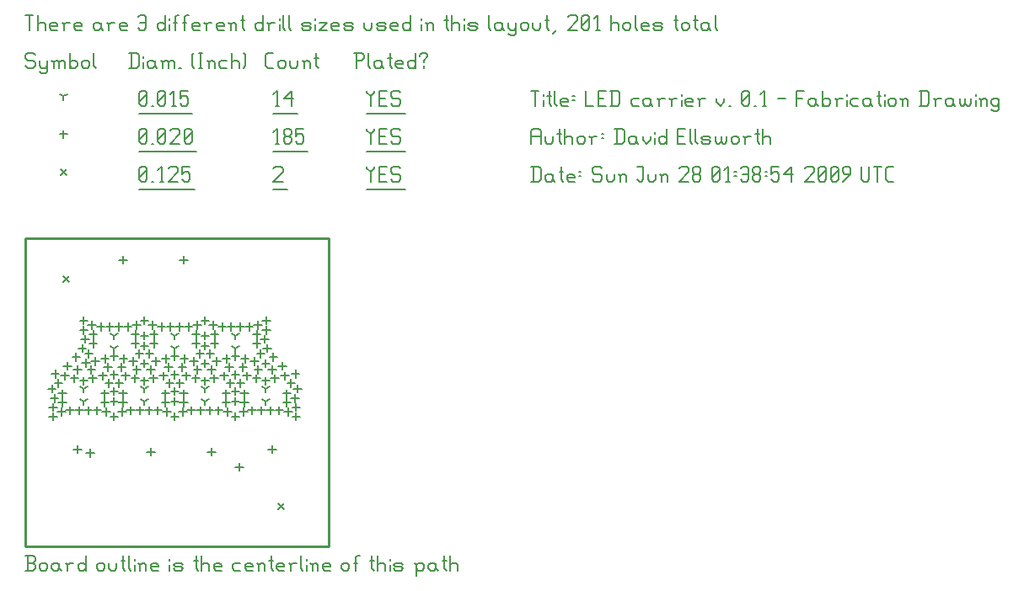
<source format=gbr>
G04 start of page 10 for group -3984 idx -3984 *
G04 Title: LED carrier v. 0.1, fab *
G04 Creator: pcb 1.99x *
G04 CreationDate: Sun Jun 28 01:38:54 2009 UTC *
G04 For: davidellsworth *
G04 Format: Gerber/RS-274X *
G04 PCB-Dimensions: 120000 122000 *
G04 PCB-Coordinate-Origin: lower left *
%MOIN*%
%FSLAX24Y24*%
%LNFAB*%
%ADD21C,0.0080*%
%ADD25C,0.0100*%
%ADD31C,0.0060*%
G54D21*X9980Y1720D02*X10220Y1480D01*
X9980D02*X10220Y1720D01*
X1480Y10720D02*X1720Y10480D01*
X1480D02*X1720Y10720D01*
X1380Y14945D02*X1620Y14705D01*
X1380D02*X1620Y14945D01*
G54D31*X13500Y15050D02*Y14975D01*
X13650Y14825D01*
X13800Y14975D01*
Y15050D02*Y14975D01*
X13650Y14825D02*Y14450D01*
X13980Y14750D02*X14205D01*
X13980Y14450D02*X14280D01*
X13980Y15050D02*Y14450D01*
Y15050D02*X14280D01*
X14760D02*X14835Y14975D01*
X14535Y15050D02*X14760D01*
X14460Y14975D02*X14535Y15050D01*
X14460Y14975D02*Y14825D01*
X14535Y14750D01*
X14760D01*
X14835Y14675D01*
Y14525D01*
X14760Y14450D02*X14835Y14525D01*
X14535Y14450D02*X14760D01*
X14460Y14525D02*X14535Y14450D01*
X13500Y14124D02*X15015D01*
X9800Y14975D02*X9875Y15050D01*
X10100D01*
X10175Y14975D01*
Y14825D01*
X9800Y14450D02*X10175Y14825D01*
X9800Y14450D02*X10175D01*
X9800Y14124D02*X10355D01*
X4500Y14525D02*X4575Y14450D01*
X4500Y14975D02*Y14525D01*
Y14975D02*X4575Y15050D01*
X4725D01*
X4800Y14975D01*
Y14525D01*
X4725Y14450D02*X4800Y14525D01*
X4575Y14450D02*X4725D01*
X4500Y14600D02*X4800Y14900D01*
X4980Y14450D02*X5055D01*
X5310D02*X5460D01*
X5385Y15050D02*Y14450D01*
X5235Y14900D02*X5385Y15050D01*
X5640Y14975D02*X5715Y15050D01*
X5940D01*
X6015Y14975D01*
Y14825D01*
X5640Y14450D02*X6015Y14825D01*
X5640Y14450D02*X6015D01*
X6195Y15050D02*X6495D01*
X6195D02*Y14750D01*
X6270Y14825D01*
X6420D01*
X6495Y14750D01*
Y14525D01*
X6420Y14450D02*X6495Y14525D01*
X6270Y14450D02*X6420D01*
X6195Y14525D02*X6270Y14450D01*
X4500Y14124D02*X6675D01*
X5699Y6630D02*Y6310D01*
X5539Y6470D02*X5859D01*
X5449Y6920D02*Y6600D01*
X5289Y6760D02*X5609D01*
X6200Y7260D02*Y6940D01*
X6040Y7100D02*X6360D01*
X6250Y11510D02*Y11190D01*
X6090Y11350D02*X6410D01*
X8450Y3310D02*Y2990D01*
X8290Y3150D02*X8610D01*
X1759Y5550D02*Y5230D01*
X1599Y5390D02*X1919D01*
X2380Y7429D02*Y7109D01*
X2220Y7269D02*X2540D01*
X3699Y6630D02*Y6310D01*
X3539Y6470D02*X3859D01*
X3949Y6920D02*Y6600D01*
X3789Y6760D02*X4109D01*
X3500Y5910D02*Y5590D01*
X3340Y5750D02*X3660D01*
X3500Y5310D02*Y4990D01*
X3340Y5150D02*X3660D01*
X3500Y6310D02*Y5990D01*
X3340Y6150D02*X3660D01*
X2550Y3860D02*Y3540D01*
X2390Y3700D02*X2710D01*
X4329Y6820D02*Y6500D01*
X4169Y6660D02*X4489D01*
X3859Y6220D02*Y5900D01*
X3699Y6060D02*X4019D01*
X1299Y6630D02*Y6310D01*
X1139Y6470D02*X1459D01*
X10760Y6409D02*Y6089D01*
X10600Y6249D02*X10920D01*
X3859Y5860D02*Y5540D01*
X3699Y5700D02*X4019D01*
X3809Y5490D02*Y5170D01*
X3649Y5330D02*X3969D01*
X4159Y5550D02*Y5230D01*
X3999Y5390D02*X4319D01*
X4519Y5550D02*Y5230D01*
X4359Y5390D02*X4679D01*
X1459Y6220D02*Y5900D01*
X1299Y6060D02*X1619D01*
X1139Y6040D02*Y5720D01*
X979Y5880D02*X1299D01*
X1089Y5680D02*Y5360D01*
X929Y5520D02*X1249D01*
X4699Y6720D02*Y6400D01*
X4539Y6560D02*X4859D01*
X5059Y6820D02*Y6500D01*
X4899Y6660D02*X5219D01*
X1459Y5860D02*Y5540D01*
X1299Y5700D02*X1619D01*
X1409Y5490D02*Y5170D01*
X1249Y5330D02*X1569D01*
X5529Y6220D02*Y5900D01*
X5369Y6060D02*X5689D01*
X5529Y5860D02*Y5540D01*
X5369Y5700D02*X5689D01*
X5579Y5490D02*Y5170D01*
X5419Y5330D02*X5739D01*
X5229Y5550D02*Y5230D01*
X5069Y5390D02*X5389D01*
X7350Y3910D02*Y3590D01*
X7190Y3750D02*X7510D01*
X4950Y3910D02*Y3590D01*
X4790Y3750D02*X5110D01*
X2050Y4010D02*Y3690D01*
X1890Y3850D02*X2210D01*
X9750Y4010D02*Y3690D01*
X9590Y3850D02*X9910D01*
X9560Y8010D02*Y7690D01*
X9400Y7850D02*X9720D01*
X2000Y7660D02*Y7340D01*
X1840Y7500D02*X2160D01*
X1650Y7310D02*Y6990D01*
X1490Y7150D02*X1810D01*
X9800Y7660D02*Y7340D01*
X9640Y7500D02*X9960D01*
X10150Y7310D02*Y6990D01*
X9990Y7150D02*X10310D01*
X10669Y6990D02*Y6670D01*
X10509Y6830D02*X10829D01*
X9500Y7410D02*Y7090D01*
X9340Y7250D02*X9660D01*
X2239Y8010D02*Y7690D01*
X2079Y7850D02*X2399D01*
X9510Y9109D02*Y8789D01*
X9350Y8949D02*X9670D01*
X9510Y8739D02*Y8419D01*
X9350Y8579D02*X9670D01*
X9460Y8379D02*Y8059D01*
X9300Y8219D02*X9620D01*
X10699Y5680D02*Y5360D01*
X10539Y5520D02*X10859D01*
X10649Y6040D02*Y5720D01*
X10489Y5880D02*X10809D01*
X10699Y5310D02*Y4990D01*
X10539Y5150D02*X10859D01*
X9750Y7160D02*Y6840D01*
X9590Y7000D02*X9910D01*
X9200Y7160D02*Y6840D01*
X9040Y7000D02*X9360D01*
X8300Y6960D02*Y6640D01*
X8140Y6800D02*X8460D01*
X9669Y5550D02*Y5230D01*
X9509Y5390D02*X9829D01*
X10029Y5550D02*Y5230D01*
X9869Y5390D02*X10189D01*
X10379Y5490D02*Y5170D01*
X10219Y5330D02*X10539D01*
X10329Y5860D02*Y5540D01*
X10169Y5700D02*X10489D01*
X10329Y6220D02*Y5900D01*
X10169Y6060D02*X10489D01*
X9859Y6820D02*Y6500D01*
X9699Y6660D02*X10019D01*
X9499Y6720D02*Y6400D01*
X9339Y6560D02*X9659D01*
X9319Y5550D02*Y5230D01*
X9159Y5390D02*X9479D01*
X8959Y5550D02*Y5230D01*
X8799Y5390D02*X9119D01*
X8609Y5490D02*Y5170D01*
X8449Y5330D02*X8769D01*
X8659Y5860D02*Y5540D01*
X8499Y5700D02*X8819D01*
X8659Y6220D02*Y5900D01*
X8499Y6060D02*X8819D01*
X9129Y6820D02*Y6500D01*
X8969Y6660D02*X9289D01*
X8300Y6310D02*Y5990D01*
X8140Y6150D02*X8460D01*
X8300Y5310D02*Y4990D01*
X8140Y5150D02*X8460D01*
X8300Y5910D02*Y5590D01*
X8140Y5750D02*X8460D01*
X8749Y6920D02*Y6600D01*
X8589Y6760D02*X8909D01*
X8499Y6630D02*Y6310D01*
X8339Y6470D02*X8659D01*
X10249Y6920D02*Y6600D01*
X10089Y6760D02*X10409D01*
X10499Y6630D02*Y6310D01*
X10339Y6470D02*X10659D01*
X7350Y7160D02*Y6840D01*
X7190Y7000D02*X7510D01*
X6800Y7160D02*Y6840D01*
X6640Y7000D02*X6960D01*
X5900Y6960D02*Y6640D01*
X5740Y6800D02*X6060D01*
X7269Y5550D02*Y5230D01*
X7109Y5390D02*X7429D01*
X7629Y5550D02*Y5230D01*
X7469Y5390D02*X7789D01*
X7979Y5490D02*Y5170D01*
X7819Y5330D02*X8139D01*
X7929Y5860D02*Y5540D01*
X7769Y5700D02*X8089D01*
X7929Y6220D02*Y5900D01*
X7769Y6060D02*X8089D01*
X7459Y6820D02*Y6500D01*
X7299Y6660D02*X7619D01*
X7099Y6720D02*Y6400D01*
X6939Y6560D02*X7259D01*
X6919Y5550D02*Y5230D01*
X6759Y5390D02*X7079D01*
X6559Y5550D02*Y5230D01*
X6399Y5390D02*X6719D01*
X6209Y5490D02*Y5170D01*
X6049Y5330D02*X6369D01*
X6259Y5860D02*Y5540D01*
X6099Y5700D02*X6419D01*
X6259Y6220D02*Y5900D01*
X6099Y6060D02*X6419D01*
X6729Y6820D02*Y6500D01*
X6569Y6660D02*X6889D01*
X5900Y6310D02*Y5990D01*
X5740Y6150D02*X6060D01*
X5900Y5310D02*Y4990D01*
X5740Y5150D02*X6060D01*
X5900Y5910D02*Y5590D01*
X5740Y5750D02*X6060D01*
X6349Y6920D02*Y6600D01*
X6189Y6760D02*X6509D01*
X6099Y6630D02*Y6310D01*
X5939Y6470D02*X6259D01*
X7849Y6920D02*Y6600D01*
X7689Y6760D02*X8009D01*
X8099Y6630D02*Y6310D01*
X7939Y6470D02*X8259D01*
X7100Y9110D02*Y8790D01*
X6940Y8950D02*X7260D01*
X7100Y8510D02*Y8190D01*
X6940Y8350D02*X7260D01*
X7100Y7410D02*Y7090D01*
X6940Y7250D02*X7260D01*
X8840Y8869D02*Y8549D01*
X8680Y8709D02*X9000D01*
X8480Y8869D02*Y8549D01*
X8320Y8709D02*X8640D01*
X9190Y8929D02*Y8609D01*
X9030Y8769D02*X9350D01*
X9140Y8559D02*Y8239D01*
X8980Y8399D02*X9300D01*
X9050Y7499D02*Y7179D01*
X8890Y7339D02*X9210D01*
X8130Y8869D02*Y8549D01*
X7970Y8709D02*X8290D01*
X7770Y8869D02*Y8549D01*
X7610Y8709D02*X7930D01*
X7420Y8929D02*Y8609D01*
X7260Y8769D02*X7580D01*
X7470Y8559D02*Y8239D01*
X7310Y8399D02*X7630D01*
X7470Y8199D02*Y7879D01*
X7310Y8039D02*X7630D01*
X7300Y7789D02*Y7469D01*
X7140Y7629D02*X7460D01*
X7550Y7499D02*Y7179D01*
X7390Y7339D02*X7710D01*
X7940Y7599D02*Y7279D01*
X7780Y7439D02*X8100D01*
X8300Y7699D02*Y7379D01*
X8140Y7539D02*X8460D01*
X8670Y7599D02*Y7279D01*
X8510Y7439D02*X8830D01*
X8600Y7260D02*Y6940D01*
X8440Y7100D02*X8760D01*
X9300Y7789D02*Y7469D01*
X9140Y7629D02*X9460D01*
X9140Y8199D02*Y7879D01*
X8980Y8039D02*X9300D01*
X8050Y7260D02*Y6940D01*
X7890Y7100D02*X8210D01*
X7100Y8110D02*Y7790D01*
X6940Y7950D02*X7260D01*
X5650Y7260D02*Y6940D01*
X5490Y7100D02*X5810D01*
X2600Y7160D02*Y6840D01*
X2440Y7000D02*X2760D01*
X2050Y7160D02*Y6840D01*
X1890Y7000D02*X2210D01*
X4950Y7160D02*Y6840D01*
X4790Y7000D02*X5110D01*
X4400Y7160D02*Y6840D01*
X4240Y7000D02*X4560D01*
X3800Y7260D02*Y6940D01*
X3640Y7100D02*X3960D01*
X3250Y7260D02*Y6940D01*
X3090Y7100D02*X3410D01*
X3500Y6960D02*Y6640D01*
X3340Y6800D02*X3660D01*
X1039Y6409D02*Y6089D01*
X879Y6249D02*X1199D01*
X2500Y7789D02*Y7469D01*
X2340Y7629D02*X2660D01*
X2750Y7499D02*Y7179D01*
X2590Y7339D02*X2910D01*
X3140Y7599D02*Y7279D01*
X2980Y7439D02*X3300D01*
X3500Y7699D02*Y7379D01*
X3340Y7539D02*X3660D01*
X6740Y8199D02*Y7879D01*
X6580Y8039D02*X6900D01*
X2300Y9109D02*Y8789D01*
X2140Y8949D02*X2460D01*
X6900Y7789D02*Y7469D01*
X6740Y7629D02*X7060D01*
X3680Y8869D02*Y8549D01*
X3520Y8709D02*X3840D01*
X4040Y8869D02*Y8549D01*
X3880Y8709D02*X4200D01*
X4390Y8929D02*Y8609D01*
X4230Y8769D02*X4550D01*
X4340Y8559D02*Y8239D01*
X4180Y8399D02*X4500D01*
X4340Y8199D02*Y7879D01*
X4180Y8039D02*X4500D01*
X3870Y7599D02*Y7279D01*
X3710Y7439D02*X4030D01*
X4700Y8110D02*Y7790D01*
X4540Y7950D02*X4860D01*
X4700Y9110D02*Y8790D01*
X4540Y8950D02*X4860D01*
X4700Y8510D02*Y8190D01*
X4540Y8350D02*X4860D01*
X4250Y7499D02*Y7179D01*
X4090Y7339D02*X4410D01*
X4500Y7789D02*Y7469D01*
X4340Y7629D02*X4660D01*
X4700Y7410D02*Y7090D01*
X4540Y7250D02*X4860D01*
X6440Y8869D02*Y8549D01*
X6280Y8709D02*X6600D01*
X6080Y8869D02*Y8549D01*
X5920Y8709D02*X6240D01*
X6790Y8929D02*Y8609D01*
X6630Y8769D02*X6950D01*
X6740Y8559D02*Y8239D01*
X6580Y8399D02*X6900D01*
X2350Y8379D02*Y8059D01*
X2190Y8219D02*X2510D01*
X2300Y8739D02*Y8419D01*
X2140Y8579D02*X2460D01*
X2670Y8559D02*Y8239D01*
X2510Y8399D02*X2830D01*
X2620Y8929D02*Y8609D01*
X2460Y8769D02*X2780D01*
X2970Y8869D02*Y8549D01*
X2810Y8709D02*X3130D01*
X3330Y8869D02*Y8549D01*
X3170Y8709D02*X3490D01*
X6650Y7499D02*Y7179D01*
X6490Y7339D02*X6810D01*
X5730Y8869D02*Y8549D01*
X5570Y8709D02*X5890D01*
X5370Y8869D02*Y8549D01*
X5210Y8709D02*X5530D01*
X5020Y8929D02*Y8609D01*
X4860Y8769D02*X5180D01*
X5070Y8559D02*Y8239D01*
X4910Y8399D02*X5230D01*
X5070Y8199D02*Y7879D01*
X4910Y8039D02*X5230D01*
X4900Y7789D02*Y7469D01*
X4740Y7629D02*X5060D01*
X5150Y7499D02*Y7179D01*
X4990Y7339D02*X5310D01*
X5540Y7599D02*Y7279D01*
X5380Y7439D02*X5700D01*
X5900Y7699D02*Y7379D01*
X5740Y7539D02*X6060D01*
X6270Y7599D02*Y7279D01*
X6110Y7439D02*X6430D01*
X2670Y8199D02*Y7879D01*
X2510Y8039D02*X2830D01*
X2119Y5550D02*Y5230D01*
X1959Y5390D02*X2279D01*
X1169Y6990D02*Y6670D01*
X1009Y6830D02*X1329D01*
X1929Y6820D02*Y6500D01*
X1769Y6660D02*X2089D01*
X2299Y6720D02*Y6400D01*
X2139Y6560D02*X2459D01*
X2659Y6820D02*Y6500D01*
X2499Y6660D02*X2819D01*
X3049Y6920D02*Y6600D01*
X2889Y6760D02*X3209D01*
X3299Y6630D02*Y6310D01*
X3139Y6470D02*X3459D01*
X1089Y5310D02*Y4990D01*
X929Y5150D02*X1249D01*
X3129Y6220D02*Y5900D01*
X2969Y6060D02*X3289D01*
X3129Y5860D02*Y5540D01*
X2969Y5700D02*X3289D01*
X3179Y5490D02*Y5170D01*
X3019Y5330D02*X3339D01*
X2829Y5550D02*Y5230D01*
X2669Y5390D02*X2989D01*
X2469Y5550D02*Y5230D01*
X2309Y5390D02*X2629D01*
X1549Y6920D02*Y6600D01*
X1389Y6760D02*X1709D01*
X4869Y5550D02*Y5230D01*
X4709Y5390D02*X5029D01*
X3850Y11510D02*Y11190D01*
X3690Y11350D02*X4010D01*
X1500Y16485D02*Y16165D01*
X1340Y16325D02*X1660D01*
X13500Y16550D02*Y16475D01*
X13650Y16325D01*
X13800Y16475D01*
Y16550D02*Y16475D01*
X13650Y16325D02*Y15950D01*
X13980Y16250D02*X14205D01*
X13980Y15950D02*X14280D01*
X13980Y16550D02*Y15950D01*
Y16550D02*X14280D01*
X14760D02*X14835Y16475D01*
X14535Y16550D02*X14760D01*
X14460Y16475D02*X14535Y16550D01*
X14460Y16475D02*Y16325D01*
X14535Y16250D01*
X14760D01*
X14835Y16175D01*
Y16025D01*
X14760Y15950D02*X14835Y16025D01*
X14535Y15950D02*X14760D01*
X14460Y16025D02*X14535Y15950D01*
X13500Y15624D02*X15015D01*
X9875Y15950D02*X10025D01*
X9950Y16550D02*Y15950D01*
X9800Y16400D02*X9950Y16550D01*
X10205Y16025D02*X10280Y15950D01*
X10205Y16175D02*Y16025D01*
Y16175D02*X10280Y16250D01*
X10430D01*
X10505Y16175D01*
Y16025D01*
X10430Y15950D02*X10505Y16025D01*
X10280Y15950D02*X10430D01*
X10205Y16325D02*X10280Y16250D01*
X10205Y16475D02*Y16325D01*
Y16475D02*X10280Y16550D01*
X10430D01*
X10505Y16475D01*
Y16325D01*
X10430Y16250D02*X10505Y16325D01*
X10685Y16550D02*X10985D01*
X10685D02*Y16250D01*
X10760Y16325D01*
X10910D01*
X10985Y16250D01*
Y16025D01*
X10910Y15950D02*X10985Y16025D01*
X10760Y15950D02*X10910D01*
X10685Y16025D02*X10760Y15950D01*
X9800Y15624D02*X11165D01*
X4500Y16025D02*X4575Y15950D01*
X4500Y16475D02*Y16025D01*
Y16475D02*X4575Y16550D01*
X4725D01*
X4800Y16475D01*
Y16025D01*
X4725Y15950D02*X4800Y16025D01*
X4575Y15950D02*X4725D01*
X4500Y16100D02*X4800Y16400D01*
X4980Y15950D02*X5055D01*
X5235Y16025D02*X5310Y15950D01*
X5235Y16475D02*Y16025D01*
Y16475D02*X5310Y16550D01*
X5460D01*
X5535Y16475D01*
Y16025D01*
X5460Y15950D02*X5535Y16025D01*
X5310Y15950D02*X5460D01*
X5235Y16100D02*X5535Y16400D01*
X5715Y16475D02*X5790Y16550D01*
X6015D01*
X6090Y16475D01*
Y16325D01*
X5715Y15950D02*X6090Y16325D01*
X5715Y15950D02*X6090D01*
X6270Y16025D02*X6345Y15950D01*
X6270Y16475D02*Y16025D01*
Y16475D02*X6345Y16550D01*
X6495D01*
X6570Y16475D01*
Y16025D01*
X6495Y15950D02*X6570Y16025D01*
X6345Y15950D02*X6495D01*
X6270Y16100D02*X6570Y16400D01*
X4500Y15624D02*X6750D01*
X9499Y5750D02*Y5590D01*
Y5750D02*X9638Y5830D01*
X9499Y5750D02*X9361Y5830D01*
X9499Y6250D02*Y6090D01*
Y6250D02*X9638Y6330D01*
X9499Y6250D02*X9361Y6330D01*
X7099Y5750D02*Y5590D01*
Y5750D02*X7238Y5830D01*
X7099Y5750D02*X6961Y5830D01*
X7099Y6250D02*Y6090D01*
Y6250D02*X7238Y6330D01*
X7099Y6250D02*X6961Y6330D01*
X8300Y8349D02*Y8189D01*
Y8349D02*X8438Y8429D01*
X8300Y8349D02*X8161Y8429D01*
X8300Y7849D02*Y7689D01*
Y7849D02*X8438Y7929D01*
X8300Y7849D02*X8161Y7929D01*
X3500Y7849D02*Y7689D01*
Y7849D02*X3638Y7929D01*
X3500Y7849D02*X3361Y7929D01*
X3500Y8349D02*Y8189D01*
Y8349D02*X3638Y8429D01*
X3500Y8349D02*X3361Y8429D01*
X5900Y8349D02*Y8189D01*
Y8349D02*X6038Y8429D01*
X5900Y8349D02*X5761Y8429D01*
X5900Y7849D02*Y7689D01*
Y7849D02*X6038Y7929D01*
X5900Y7849D02*X5761Y7929D01*
X2299Y6250D02*Y6090D01*
Y6250D02*X2438Y6330D01*
X2299Y6250D02*X2161Y6330D01*
X2299Y5750D02*Y5590D01*
Y5750D02*X2438Y5830D01*
X2299Y5750D02*X2161Y5830D01*
X4699Y5750D02*Y5590D01*
Y5750D02*X4838Y5830D01*
X4699Y5750D02*X4561Y5830D01*
X4699Y6250D02*Y6090D01*
Y6250D02*X4838Y6330D01*
X4699Y6250D02*X4561Y6330D01*
X1500Y17825D02*Y17665D01*
Y17825D02*X1638Y17905D01*
X1500Y17825D02*X1361Y17905D01*
X13500Y18050D02*Y17975D01*
X13650Y17825D01*
X13800Y17975D01*
Y18050D02*Y17975D01*
X13650Y17825D02*Y17450D01*
X13980Y17750D02*X14205D01*
X13980Y17450D02*X14280D01*
X13980Y18050D02*Y17450D01*
Y18050D02*X14280D01*
X14760D02*X14835Y17975D01*
X14535Y18050D02*X14760D01*
X14460Y17975D02*X14535Y18050D01*
X14460Y17975D02*Y17825D01*
X14535Y17750D01*
X14760D01*
X14835Y17675D01*
Y17525D01*
X14760Y17450D02*X14835Y17525D01*
X14535Y17450D02*X14760D01*
X14460Y17525D02*X14535Y17450D01*
X13500Y17124D02*X15015D01*
X9875Y17450D02*X10025D01*
X9950Y18050D02*Y17450D01*
X9800Y17900D02*X9950Y18050D01*
X10205Y17750D02*X10505Y18050D01*
X10205Y17750D02*X10580D01*
X10505Y18050D02*Y17450D01*
X9800Y17124D02*X10760D01*
X4500Y17525D02*X4575Y17450D01*
X4500Y17975D02*Y17525D01*
Y17975D02*X4575Y18050D01*
X4725D01*
X4800Y17975D01*
Y17525D01*
X4725Y17450D02*X4800Y17525D01*
X4575Y17450D02*X4725D01*
X4500Y17600D02*X4800Y17900D01*
X4980Y17450D02*X5055D01*
X5235Y17525D02*X5310Y17450D01*
X5235Y17975D02*Y17525D01*
Y17975D02*X5310Y18050D01*
X5460D01*
X5535Y17975D01*
Y17525D01*
X5460Y17450D02*X5535Y17525D01*
X5310Y17450D02*X5460D01*
X5235Y17600D02*X5535Y17900D01*
X5790Y17450D02*X5940D01*
X5865Y18050D02*Y17450D01*
X5715Y17900D02*X5865Y18050D01*
X6120D02*X6420D01*
X6120D02*Y17750D01*
X6195Y17825D01*
X6345D01*
X6420Y17750D01*
Y17525D01*
X6345Y17450D02*X6420Y17525D01*
X6195Y17450D02*X6345D01*
X6120Y17525D02*X6195Y17450D01*
X4500Y17124D02*X6600D01*
X300Y19550D02*X375Y19475D01*
X75Y19550D02*X300D01*
X0Y19475D02*X75Y19550D01*
X0Y19475D02*Y19325D01*
X75Y19250D01*
X300D01*
X375Y19175D01*
Y19025D01*
X300Y18950D02*X375Y19025D01*
X75Y18950D02*X300D01*
X0Y19025D02*X75Y18950D01*
X555Y19250D02*Y19025D01*
X630Y18950D01*
X855Y19250D02*Y18800D01*
X780Y18725D02*X855Y18800D01*
X630Y18725D02*X780D01*
X555Y18800D02*X630Y18725D01*
Y18950D02*X780D01*
X855Y19025D01*
X1110Y19175D02*Y18950D01*
Y19175D02*X1185Y19250D01*
X1260D01*
X1335Y19175D01*
Y18950D01*
Y19175D02*X1410Y19250D01*
X1485D01*
X1560Y19175D01*
Y18950D01*
X1035Y19250D02*X1110Y19175D01*
X1740Y19550D02*Y18950D01*
Y19025D02*X1815Y18950D01*
X1965D01*
X2040Y19025D01*
Y19175D02*Y19025D01*
X1965Y19250D02*X2040Y19175D01*
X1815Y19250D02*X1965D01*
X1740Y19175D02*X1815Y19250D01*
X2220Y19175D02*Y19025D01*
Y19175D02*X2295Y19250D01*
X2445D01*
X2520Y19175D01*
Y19025D01*
X2445Y18950D02*X2520Y19025D01*
X2295Y18950D02*X2445D01*
X2220Y19025D02*X2295Y18950D01*
X2700Y19550D02*Y19025D01*
X2775Y18950D01*
X4175Y19550D02*Y18950D01*
X4400Y19550D02*X4475Y19475D01*
Y19025D01*
X4400Y18950D02*X4475Y19025D01*
X4100Y18950D02*X4400D01*
X4100Y19550D02*X4400D01*
X4655Y19400D02*Y19325D01*
Y19175D02*Y18950D01*
X5030Y19250D02*X5105Y19175D01*
X4880Y19250D02*X5030D01*
X4805Y19175D02*X4880Y19250D01*
X4805Y19175D02*Y19025D01*
X4880Y18950D01*
X5105Y19250D02*Y19025D01*
X5180Y18950D01*
X4880D02*X5030D01*
X5105Y19025D01*
X5435Y19175D02*Y18950D01*
Y19175D02*X5510Y19250D01*
X5585D01*
X5660Y19175D01*
Y18950D01*
Y19175D02*X5735Y19250D01*
X5810D01*
X5885Y19175D01*
Y18950D01*
X5360Y19250D02*X5435Y19175D01*
X6065Y18950D02*X6140D01*
X6590Y19025D02*X6665Y18950D01*
X6590Y19475D02*X6665Y19550D01*
X6590Y19475D02*Y19025D01*
X6845Y19550D02*X6995D01*
X6920D02*Y18950D01*
X6845D02*X6995D01*
X7251Y19175D02*Y18950D01*
Y19175D02*X7326Y19250D01*
X7401D01*
X7476Y19175D01*
Y18950D01*
X7176Y19250D02*X7251Y19175D01*
X7731Y19250D02*X7956D01*
X7656Y19175D02*X7731Y19250D01*
X7656Y19175D02*Y19025D01*
X7731Y18950D01*
X7956D01*
X8136Y19550D02*Y18950D01*
Y19175D02*X8211Y19250D01*
X8361D01*
X8436Y19175D01*
Y18950D01*
X8616Y19550D02*X8691Y19475D01*
Y19025D01*
X8616Y18950D02*X8691Y19025D01*
X9575Y18950D02*X9800D01*
X9500Y19025D02*X9575Y18950D01*
X9500Y19475D02*Y19025D01*
Y19475D02*X9575Y19550D01*
X9800D01*
X9980Y19175D02*Y19025D01*
Y19175D02*X10055Y19250D01*
X10205D01*
X10280Y19175D01*
Y19025D01*
X10205Y18950D02*X10280Y19025D01*
X10055Y18950D02*X10205D01*
X9980Y19025D02*X10055Y18950D01*
X10460Y19250D02*Y19025D01*
X10535Y18950D01*
X10685D01*
X10760Y19025D01*
Y19250D02*Y19025D01*
X11015Y19175D02*Y18950D01*
Y19175D02*X11090Y19250D01*
X11165D01*
X11240Y19175D01*
Y18950D01*
X10940Y19250D02*X11015Y19175D01*
X11495Y19550D02*Y19025D01*
X11570Y18950D01*
X11420Y19325D02*X11570D01*
X13075Y19550D02*Y18950D01*
X13000Y19550D02*X13300D01*
X13375Y19475D01*
Y19325D01*
X13300Y19250D02*X13375Y19325D01*
X13075Y19250D02*X13300D01*
X13555Y19550D02*Y19025D01*
X13630Y18950D01*
X14005Y19250D02*X14080Y19175D01*
X13855Y19250D02*X14005D01*
X13780Y19175D02*X13855Y19250D01*
X13780Y19175D02*Y19025D01*
X13855Y18950D01*
X14080Y19250D02*Y19025D01*
X14155Y18950D01*
X13855D02*X14005D01*
X14080Y19025D01*
X14410Y19550D02*Y19025D01*
X14485Y18950D01*
X14335Y19325D02*X14485D01*
X14710Y18950D02*X14935D01*
X14635Y19025D02*X14710Y18950D01*
X14635Y19175D02*Y19025D01*
Y19175D02*X14710Y19250D01*
X14860D01*
X14935Y19175D01*
X14635Y19100D02*X14935D01*
Y19175D02*Y19100D01*
X15415Y19550D02*Y18950D01*
X15340D02*X15415Y19025D01*
X15190Y18950D02*X15340D01*
X15115Y19025D02*X15190Y18950D01*
X15115Y19175D02*Y19025D01*
Y19175D02*X15190Y19250D01*
X15340D01*
X15415Y19175D01*
X15745Y19250D02*Y19175D01*
Y19025D02*Y18950D01*
X15595Y19475D02*Y19400D01*
Y19475D02*X15670Y19550D01*
X15820D01*
X15895Y19475D01*
Y19400D01*
X15745Y19250D02*X15895Y19400D01*
X0Y21050D02*X300D01*
X150D02*Y20450D01*
X480Y21050D02*Y20450D01*
Y20675D02*X555Y20750D01*
X705D01*
X780Y20675D01*
Y20450D01*
X1035D02*X1260D01*
X960Y20525D02*X1035Y20450D01*
X960Y20675D02*Y20525D01*
Y20675D02*X1035Y20750D01*
X1185D01*
X1260Y20675D01*
X960Y20600D02*X1260D01*
Y20675D02*Y20600D01*
X1515Y20675D02*Y20450D01*
Y20675D02*X1590Y20750D01*
X1740D01*
X1440D02*X1515Y20675D01*
X1995Y20450D02*X2220D01*
X1920Y20525D02*X1995Y20450D01*
X1920Y20675D02*Y20525D01*
Y20675D02*X1995Y20750D01*
X2145D01*
X2220Y20675D01*
X1920Y20600D02*X2220D01*
Y20675D02*Y20600D01*
X2895Y20750D02*X2970Y20675D01*
X2745Y20750D02*X2895D01*
X2670Y20675D02*X2745Y20750D01*
X2670Y20675D02*Y20525D01*
X2745Y20450D01*
X2970Y20750D02*Y20525D01*
X3045Y20450D01*
X2745D02*X2895D01*
X2970Y20525D01*
X3300Y20675D02*Y20450D01*
Y20675D02*X3375Y20750D01*
X3525D01*
X3225D02*X3300Y20675D01*
X3781Y20450D02*X4006D01*
X3706Y20525D02*X3781Y20450D01*
X3706Y20675D02*Y20525D01*
Y20675D02*X3781Y20750D01*
X3931D01*
X4006Y20675D01*
X3706Y20600D02*X4006D01*
Y20675D02*Y20600D01*
X4456Y20975D02*X4531Y21050D01*
X4681D01*
X4756Y20975D01*
Y20525D01*
X4681Y20450D02*X4756Y20525D01*
X4531Y20450D02*X4681D01*
X4456Y20525D02*X4531Y20450D01*
Y20750D02*X4756D01*
X5506Y21050D02*Y20450D01*
X5431D02*X5506Y20525D01*
X5281Y20450D02*X5431D01*
X5206Y20525D02*X5281Y20450D01*
X5206Y20675D02*Y20525D01*
Y20675D02*X5281Y20750D01*
X5431D01*
X5506Y20675D01*
X5686Y20900D02*Y20825D01*
Y20675D02*Y20450D01*
X5911Y20975D02*Y20450D01*
Y20975D02*X5986Y21050D01*
X6061D01*
X5836Y20750D02*X5986D01*
X6286Y20975D02*Y20450D01*
Y20975D02*X6361Y21050D01*
X6436D01*
X6211Y20750D02*X6361D01*
X6661Y20450D02*X6886D01*
X6586Y20525D02*X6661Y20450D01*
X6586Y20675D02*Y20525D01*
Y20675D02*X6661Y20750D01*
X6811D01*
X6886Y20675D01*
X6586Y20600D02*X6886D01*
Y20675D02*Y20600D01*
X7142Y20675D02*Y20450D01*
Y20675D02*X7217Y20750D01*
X7367D01*
X7067D02*X7142Y20675D01*
X7622Y20450D02*X7847D01*
X7547Y20525D02*X7622Y20450D01*
X7547Y20675D02*Y20525D01*
Y20675D02*X7622Y20750D01*
X7772D01*
X7847Y20675D01*
X7547Y20600D02*X7847D01*
Y20675D02*Y20600D01*
X8102Y20675D02*Y20450D01*
Y20675D02*X8177Y20750D01*
X8252D01*
X8327Y20675D01*
Y20450D01*
X8027Y20750D02*X8102Y20675D01*
X8582Y21050D02*Y20525D01*
X8657Y20450D01*
X8507Y20825D02*X8657D01*
X9377Y21050D02*Y20450D01*
X9302D02*X9377Y20525D01*
X9152Y20450D02*X9302D01*
X9077Y20525D02*X9152Y20450D01*
X9077Y20675D02*Y20525D01*
Y20675D02*X9152Y20750D01*
X9302D01*
X9377Y20675D01*
X9632D02*Y20450D01*
Y20675D02*X9707Y20750D01*
X9857D01*
X9557D02*X9632Y20675D01*
X10038Y20900D02*Y20825D01*
Y20675D02*Y20450D01*
X10188Y21050D02*Y20525D01*
X10263Y20450D01*
X10413Y21050D02*Y20525D01*
X10488Y20450D01*
X10983D02*X11208D01*
X11283Y20525D01*
X11208Y20600D02*X11283Y20525D01*
X10983Y20600D02*X11208D01*
X10908Y20675D02*X10983Y20600D01*
X10908Y20675D02*X10983Y20750D01*
X11208D01*
X11283Y20675D01*
X10908Y20525D02*X10983Y20450D01*
X11463Y20900D02*Y20825D01*
Y20675D02*Y20450D01*
X11613Y20750D02*X11913D01*
X11613Y20450D02*X11913Y20750D01*
X11613Y20450D02*X11913D01*
X12168D02*X12393D01*
X12093Y20525D02*X12168Y20450D01*
X12093Y20675D02*Y20525D01*
Y20675D02*X12168Y20750D01*
X12318D01*
X12393Y20675D01*
X12093Y20600D02*X12393D01*
Y20675D02*Y20600D01*
X12649Y20450D02*X12874D01*
X12949Y20525D01*
X12874Y20600D02*X12949Y20525D01*
X12649Y20600D02*X12874D01*
X12574Y20675D02*X12649Y20600D01*
X12574Y20675D02*X12649Y20750D01*
X12874D01*
X12949Y20675D01*
X12574Y20525D02*X12649Y20450D01*
X13399Y20750D02*Y20525D01*
X13474Y20450D01*
X13624D01*
X13699Y20525D01*
Y20750D02*Y20525D01*
X13954Y20450D02*X14179D01*
X14254Y20525D01*
X14179Y20600D02*X14254Y20525D01*
X13954Y20600D02*X14179D01*
X13879Y20675D02*X13954Y20600D01*
X13879Y20675D02*X13954Y20750D01*
X14179D01*
X14254Y20675D01*
X13879Y20525D02*X13954Y20450D01*
X14509D02*X14734D01*
X14434Y20525D02*X14509Y20450D01*
X14434Y20675D02*Y20525D01*
Y20675D02*X14509Y20750D01*
X14659D01*
X14734Y20675D01*
X14434Y20600D02*X14734D01*
Y20675D02*Y20600D01*
X15214Y21050D02*Y20450D01*
X15139D02*X15214Y20525D01*
X14989Y20450D02*X15139D01*
X14914Y20525D02*X14989Y20450D01*
X14914Y20675D02*Y20525D01*
Y20675D02*X14989Y20750D01*
X15139D01*
X15214Y20675D01*
X15664Y20900D02*Y20825D01*
Y20675D02*Y20450D01*
X15889Y20675D02*Y20450D01*
Y20675D02*X15964Y20750D01*
X16039D01*
X16114Y20675D01*
Y20450D01*
X15814Y20750D02*X15889Y20675D01*
X16640Y21050D02*Y20525D01*
X16715Y20450D01*
X16565Y20825D02*X16715D01*
X16865Y21050D02*Y20450D01*
Y20675D02*X16940Y20750D01*
X17090D01*
X17165Y20675D01*
Y20450D01*
X17345Y20900D02*Y20825D01*
Y20675D02*Y20450D01*
X17570D02*X17795D01*
X17870Y20525D01*
X17795Y20600D02*X17870Y20525D01*
X17570Y20600D02*X17795D01*
X17495Y20675D02*X17570Y20600D01*
X17495Y20675D02*X17570Y20750D01*
X17795D01*
X17870Y20675D01*
X17495Y20525D02*X17570Y20450D01*
X18320Y21050D02*Y20525D01*
X18395Y20450D01*
X18770Y20750D02*X18845Y20675D01*
X18620Y20750D02*X18770D01*
X18545Y20675D02*X18620Y20750D01*
X18545Y20675D02*Y20525D01*
X18620Y20450D01*
X18845Y20750D02*Y20525D01*
X18920Y20450D01*
X18620D02*X18770D01*
X18845Y20525D01*
X19101Y20750D02*Y20525D01*
X19176Y20450D01*
X19401Y20750D02*Y20300D01*
X19326Y20225D02*X19401Y20300D01*
X19176Y20225D02*X19326D01*
X19101Y20300D02*X19176Y20225D01*
Y20450D02*X19326D01*
X19401Y20525D01*
X19581Y20675D02*Y20525D01*
Y20675D02*X19656Y20750D01*
X19806D01*
X19881Y20675D01*
Y20525D01*
X19806Y20450D02*X19881Y20525D01*
X19656Y20450D02*X19806D01*
X19581Y20525D02*X19656Y20450D01*
X20061Y20750D02*Y20525D01*
X20136Y20450D01*
X20286D01*
X20361Y20525D01*
Y20750D02*Y20525D01*
X20616Y21050D02*Y20525D01*
X20691Y20450D01*
X20541Y20825D02*X20691D01*
X20841Y20300D02*X20991Y20450D01*
X21441Y20975D02*X21516Y21050D01*
X21741D01*
X21816Y20975D01*
Y20825D01*
X21441Y20450D02*X21816Y20825D01*
X21441Y20450D02*X21816D01*
X21996Y20525D02*X22071Y20450D01*
X21996Y20975D02*Y20525D01*
Y20975D02*X22071Y21050D01*
X22221D01*
X22296Y20975D01*
Y20525D01*
X22221Y20450D02*X22296Y20525D01*
X22071Y20450D02*X22221D01*
X21996Y20600D02*X22296Y20900D01*
X22552Y20450D02*X22702D01*
X22627Y21050D02*Y20450D01*
X22477Y20900D02*X22627Y21050D01*
X23152D02*Y20450D01*
Y20675D02*X23227Y20750D01*
X23377D01*
X23452Y20675D01*
Y20450D01*
X23632Y20675D02*Y20525D01*
Y20675D02*X23707Y20750D01*
X23857D01*
X23932Y20675D01*
Y20525D01*
X23857Y20450D02*X23932Y20525D01*
X23707Y20450D02*X23857D01*
X23632Y20525D02*X23707Y20450D01*
X24112Y21050D02*Y20525D01*
X24187Y20450D01*
X24412D02*X24637D01*
X24337Y20525D02*X24412Y20450D01*
X24337Y20675D02*Y20525D01*
Y20675D02*X24412Y20750D01*
X24562D01*
X24637Y20675D01*
X24337Y20600D02*X24637D01*
Y20675D02*Y20600D01*
X24892Y20450D02*X25117D01*
X25192Y20525D01*
X25117Y20600D02*X25192Y20525D01*
X24892Y20600D02*X25117D01*
X24817Y20675D02*X24892Y20600D01*
X24817Y20675D02*X24892Y20750D01*
X25117D01*
X25192Y20675D01*
X24817Y20525D02*X24892Y20450D01*
X25717Y21050D02*Y20525D01*
X25792Y20450D01*
X25642Y20825D02*X25792D01*
X25943Y20675D02*Y20525D01*
Y20675D02*X26018Y20750D01*
X26168D01*
X26243Y20675D01*
Y20525D01*
X26168Y20450D02*X26243Y20525D01*
X26018Y20450D02*X26168D01*
X25943Y20525D02*X26018Y20450D01*
X26498Y21050D02*Y20525D01*
X26573Y20450D01*
X26423Y20825D02*X26573D01*
X26948Y20750D02*X27023Y20675D01*
X26798Y20750D02*X26948D01*
X26723Y20675D02*X26798Y20750D01*
X26723Y20675D02*Y20525D01*
X26798Y20450D01*
X27023Y20750D02*Y20525D01*
X27098Y20450D01*
X26798D02*X26948D01*
X27023Y20525D01*
X27278Y21050D02*Y20525D01*
X27353Y20450D01*
G54D25*X12000Y12200D02*X0D01*
Y0D01*
X12000D02*Y12200D01*
Y0D02*X0D01*
G54D31*Y-950D02*X300D01*
X375Y-875D01*
Y-725D02*Y-875D01*
X300Y-650D02*X375Y-725D01*
X75Y-650D02*X300D01*
X75Y-350D02*Y-950D01*
X0Y-350D02*X300D01*
X375Y-425D01*
Y-575D01*
X300Y-650D02*X375Y-575D01*
X555Y-725D02*Y-875D01*
Y-725D02*X630Y-650D01*
X780D01*
X855Y-725D01*
Y-875D01*
X780Y-950D02*X855Y-875D01*
X630Y-950D02*X780D01*
X555Y-875D02*X630Y-950D01*
X1260Y-650D02*X1335Y-725D01*
X1110Y-650D02*X1260D01*
X1035Y-725D02*X1110Y-650D01*
X1035Y-725D02*Y-875D01*
X1110Y-950D01*
X1335Y-650D02*Y-875D01*
X1410Y-950D01*
X1110D02*X1260D01*
X1335Y-875D01*
X1665Y-725D02*Y-950D01*
Y-725D02*X1740Y-650D01*
X1890D01*
X1590D02*X1665Y-725D01*
X2370Y-350D02*Y-950D01*
X2295D02*X2370Y-875D01*
X2145Y-950D02*X2295D01*
X2070Y-875D02*X2145Y-950D01*
X2070Y-725D02*Y-875D01*
Y-725D02*X2145Y-650D01*
X2295D01*
X2370Y-725D01*
X2820D02*Y-875D01*
Y-725D02*X2895Y-650D01*
X3045D01*
X3120Y-725D01*
Y-875D01*
X3045Y-950D02*X3120Y-875D01*
X2895Y-950D02*X3045D01*
X2820Y-875D02*X2895Y-950D01*
X3300Y-650D02*Y-875D01*
X3375Y-950D01*
X3525D01*
X3600Y-875D01*
Y-650D02*Y-875D01*
X3856Y-350D02*Y-875D01*
X3931Y-950D01*
X3781Y-575D02*X3931D01*
X4081Y-350D02*Y-875D01*
X4156Y-950D01*
X4306Y-500D02*Y-575D01*
Y-725D02*Y-950D01*
X4531Y-725D02*Y-950D01*
Y-725D02*X4606Y-650D01*
X4681D01*
X4756Y-725D01*
Y-950D01*
X4456Y-650D02*X4531Y-725D01*
X5011Y-950D02*X5236D01*
X4936Y-875D02*X5011Y-950D01*
X4936Y-725D02*Y-875D01*
Y-725D02*X5011Y-650D01*
X5161D01*
X5236Y-725D01*
X4936Y-800D02*X5236D01*
Y-725D02*Y-800D01*
X5686Y-500D02*Y-575D01*
Y-725D02*Y-950D01*
X5911D02*X6136D01*
X6211Y-875D01*
X6136Y-800D02*X6211Y-875D01*
X5911Y-800D02*X6136D01*
X5836Y-725D02*X5911Y-800D01*
X5836Y-725D02*X5911Y-650D01*
X6136D01*
X6211Y-725D01*
X5836Y-875D02*X5911Y-950D01*
X6737Y-350D02*Y-875D01*
X6812Y-950D01*
X6662Y-575D02*X6812D01*
X6962Y-350D02*Y-950D01*
Y-725D02*X7037Y-650D01*
X7187D01*
X7262Y-725D01*
Y-950D01*
X7517D02*X7742D01*
X7442Y-875D02*X7517Y-950D01*
X7442Y-725D02*Y-875D01*
Y-725D02*X7517Y-650D01*
X7667D01*
X7742Y-725D01*
X7442Y-800D02*X7742D01*
Y-725D02*Y-800D01*
X8267Y-650D02*X8492D01*
X8192Y-725D02*X8267Y-650D01*
X8192Y-725D02*Y-875D01*
X8267Y-950D01*
X8492D01*
X8747D02*X8972D01*
X8672Y-875D02*X8747Y-950D01*
X8672Y-725D02*Y-875D01*
Y-725D02*X8747Y-650D01*
X8897D01*
X8972Y-725D01*
X8672Y-800D02*X8972D01*
Y-725D02*Y-800D01*
X9227Y-725D02*Y-950D01*
Y-725D02*X9302Y-650D01*
X9377D01*
X9452Y-725D01*
Y-950D01*
X9152Y-650D02*X9227Y-725D01*
X9708Y-350D02*Y-875D01*
X9783Y-950D01*
X9633Y-575D02*X9783D01*
X10008Y-950D02*X10233D01*
X9933Y-875D02*X10008Y-950D01*
X9933Y-725D02*Y-875D01*
Y-725D02*X10008Y-650D01*
X10158D01*
X10233Y-725D01*
X9933Y-800D02*X10233D01*
Y-725D02*Y-800D01*
X10488Y-725D02*Y-950D01*
Y-725D02*X10563Y-650D01*
X10713D01*
X10413D02*X10488Y-725D01*
X10893Y-350D02*Y-875D01*
X10968Y-950D01*
X11118Y-500D02*Y-575D01*
Y-725D02*Y-950D01*
X11343Y-725D02*Y-950D01*
Y-725D02*X11418Y-650D01*
X11493D01*
X11568Y-725D01*
Y-950D01*
X11268Y-650D02*X11343Y-725D01*
X11823Y-950D02*X12048D01*
X11748Y-875D02*X11823Y-950D01*
X11748Y-725D02*Y-875D01*
Y-725D02*X11823Y-650D01*
X11973D01*
X12048Y-725D01*
X11748Y-800D02*X12048D01*
Y-725D02*Y-800D01*
X12499Y-725D02*Y-875D01*
Y-725D02*X12574Y-650D01*
X12724D01*
X12799Y-725D01*
Y-875D01*
X12724Y-950D02*X12799Y-875D01*
X12574Y-950D02*X12724D01*
X12499Y-875D02*X12574Y-950D01*
X13054Y-425D02*Y-950D01*
Y-425D02*X13129Y-350D01*
X13204D01*
X12979Y-650D02*X13129D01*
X13699Y-350D02*Y-875D01*
X13774Y-950D01*
X13624Y-575D02*X13774D01*
X13924Y-350D02*Y-950D01*
Y-725D02*X13999Y-650D01*
X14149D01*
X14224Y-725D01*
Y-950D01*
X14404Y-500D02*Y-575D01*
Y-725D02*Y-950D01*
X14629D02*X14854D01*
X14929Y-875D01*
X14854Y-800D02*X14929Y-875D01*
X14629Y-800D02*X14854D01*
X14554Y-725D02*X14629Y-800D01*
X14554Y-725D02*X14629Y-650D01*
X14854D01*
X14929Y-725D01*
X14554Y-875D02*X14629Y-950D01*
X15454Y-725D02*Y-1175D01*
X15379Y-650D02*X15454Y-725D01*
X15529Y-650D01*
X15679D01*
X15754Y-725D01*
Y-875D01*
X15679Y-950D02*X15754Y-875D01*
X15529Y-950D02*X15679D01*
X15454Y-875D02*X15529Y-950D01*
X16160Y-650D02*X16235Y-725D01*
X16010Y-650D02*X16160D01*
X15935Y-725D02*X16010Y-650D01*
X15935Y-725D02*Y-875D01*
X16010Y-950D01*
X16235Y-650D02*Y-875D01*
X16310Y-950D01*
X16010D02*X16160D01*
X16235Y-875D01*
X16565Y-350D02*Y-875D01*
X16640Y-950D01*
X16490Y-575D02*X16640D01*
X16790Y-350D02*Y-950D01*
Y-725D02*X16865Y-650D01*
X17015D01*
X17090Y-725D01*
Y-950D01*
X20075Y15050D02*Y14450D01*
X20300Y15050D02*X20375Y14975D01*
Y14525D01*
X20300Y14450D02*X20375Y14525D01*
X20000Y14450D02*X20300D01*
X20000Y15050D02*X20300D01*
X20780Y14750D02*X20855Y14675D01*
X20630Y14750D02*X20780D01*
X20555Y14675D02*X20630Y14750D01*
X20555Y14675D02*Y14525D01*
X20630Y14450D01*
X20855Y14750D02*Y14525D01*
X20930Y14450D01*
X20630D02*X20780D01*
X20855Y14525D01*
X21185Y15050D02*Y14525D01*
X21260Y14450D01*
X21110Y14825D02*X21260D01*
X21485Y14450D02*X21710D01*
X21410Y14525D02*X21485Y14450D01*
X21410Y14675D02*Y14525D01*
Y14675D02*X21485Y14750D01*
X21635D01*
X21710Y14675D01*
X21410Y14600D02*X21710D01*
Y14675D02*Y14600D01*
X21890Y14825D02*X21965D01*
X21890Y14675D02*X21965D01*
X22715Y15050D02*X22790Y14975D01*
X22490Y15050D02*X22715D01*
X22415Y14975D02*X22490Y15050D01*
X22415Y14975D02*Y14825D01*
X22490Y14750D01*
X22715D01*
X22790Y14675D01*
Y14525D01*
X22715Y14450D02*X22790Y14525D01*
X22490Y14450D02*X22715D01*
X22415Y14525D02*X22490Y14450D01*
X22970Y14750D02*Y14525D01*
X23045Y14450D01*
X23195D01*
X23270Y14525D01*
Y14750D02*Y14525D01*
X23526Y14675D02*Y14450D01*
Y14675D02*X23601Y14750D01*
X23676D01*
X23751Y14675D01*
Y14450D01*
X23451Y14750D02*X23526Y14675D01*
X24201Y15050D02*X24426D01*
Y14525D01*
X24351Y14450D02*X24426Y14525D01*
X24276Y14450D02*X24351D01*
X24201Y14525D02*X24276Y14450D01*
X24606Y14750D02*Y14525D01*
X24681Y14450D01*
X24831D01*
X24906Y14525D01*
Y14750D02*Y14525D01*
X25161Y14675D02*Y14450D01*
Y14675D02*X25236Y14750D01*
X25311D01*
X25386Y14675D01*
Y14450D01*
X25086Y14750D02*X25161Y14675D01*
X25836Y14975D02*X25911Y15050D01*
X26136D01*
X26211Y14975D01*
Y14825D01*
X25836Y14450D02*X26211Y14825D01*
X25836Y14450D02*X26211D01*
X26391Y14525D02*X26466Y14450D01*
X26391Y14675D02*Y14525D01*
Y14675D02*X26466Y14750D01*
X26616D01*
X26691Y14675D01*
Y14525D01*
X26616Y14450D02*X26691Y14525D01*
X26466Y14450D02*X26616D01*
X26391Y14825D02*X26466Y14750D01*
X26391Y14975D02*Y14825D01*
Y14975D02*X26466Y15050D01*
X26616D01*
X26691Y14975D01*
Y14825D01*
X26616Y14750D02*X26691Y14825D01*
X27141Y14525D02*X27216Y14450D01*
X27141Y14975D02*Y14525D01*
Y14975D02*X27216Y15050D01*
X27366D01*
X27441Y14975D01*
Y14525D01*
X27366Y14450D02*X27441Y14525D01*
X27216Y14450D02*X27366D01*
X27141Y14600D02*X27441Y14900D01*
X27697Y14450D02*X27847D01*
X27772Y15050D02*Y14450D01*
X27622Y14900D02*X27772Y15050D01*
X28027Y14825D02*X28102D01*
X28027Y14675D02*X28102D01*
X28282Y14975D02*X28357Y15050D01*
X28507D01*
X28582Y14975D01*
Y14525D01*
X28507Y14450D02*X28582Y14525D01*
X28357Y14450D02*X28507D01*
X28282Y14525D02*X28357Y14450D01*
Y14750D02*X28582D01*
X28762Y14525D02*X28837Y14450D01*
X28762Y14675D02*Y14525D01*
Y14675D02*X28837Y14750D01*
X28987D01*
X29062Y14675D01*
Y14525D01*
X28987Y14450D02*X29062Y14525D01*
X28837Y14450D02*X28987D01*
X28762Y14825D02*X28837Y14750D01*
X28762Y14975D02*Y14825D01*
Y14975D02*X28837Y15050D01*
X28987D01*
X29062Y14975D01*
Y14825D01*
X28987Y14750D02*X29062Y14825D01*
X29242D02*X29317D01*
X29242Y14675D02*X29317D01*
X29497Y15050D02*X29797D01*
X29497D02*Y14750D01*
X29572Y14825D01*
X29722D01*
X29797Y14750D01*
Y14525D01*
X29722Y14450D02*X29797Y14525D01*
X29572Y14450D02*X29722D01*
X29497Y14525D02*X29572Y14450D01*
X29978Y14750D02*X30278Y15050D01*
X29978Y14750D02*X30353D01*
X30278Y15050D02*Y14450D01*
X30803Y14975D02*X30878Y15050D01*
X31103D01*
X31178Y14975D01*
Y14825D01*
X30803Y14450D02*X31178Y14825D01*
X30803Y14450D02*X31178D01*
X31358Y14525D02*X31433Y14450D01*
X31358Y14975D02*Y14525D01*
Y14975D02*X31433Y15050D01*
X31583D01*
X31658Y14975D01*
Y14525D01*
X31583Y14450D02*X31658Y14525D01*
X31433Y14450D02*X31583D01*
X31358Y14600D02*X31658Y14900D01*
X31838Y14525D02*X31913Y14450D01*
X31838Y14975D02*Y14525D01*
Y14975D02*X31913Y15050D01*
X32063D01*
X32138Y14975D01*
Y14525D01*
X32063Y14450D02*X32138Y14525D01*
X31913Y14450D02*X32063D01*
X31838Y14600D02*X32138Y14900D01*
X32318Y14450D02*X32618Y14750D01*
Y14975D02*Y14750D01*
X32543Y15050D02*X32618Y14975D01*
X32393Y15050D02*X32543D01*
X32318Y14975D02*X32393Y15050D01*
X32318Y14975D02*Y14825D01*
X32393Y14750D01*
X32618D01*
X33068Y15050D02*Y14525D01*
X33143Y14450D01*
X33293D01*
X33368Y14525D01*
Y15050D02*Y14525D01*
X33548Y15050D02*X33848D01*
X33698D02*Y14450D01*
X34104D02*X34329D01*
X34029Y14525D02*X34104Y14450D01*
X34029Y14975D02*Y14525D01*
Y14975D02*X34104Y15050D01*
X34329D01*
X20000Y16475D02*Y15950D01*
Y16475D02*X20075Y16550D01*
X20300D01*
X20375Y16475D01*
Y15950D01*
X20000Y16250D02*X20375D01*
X20555D02*Y16025D01*
X20630Y15950D01*
X20780D01*
X20855Y16025D01*
Y16250D02*Y16025D01*
X21110Y16550D02*Y16025D01*
X21185Y15950D01*
X21035Y16325D02*X21185D01*
X21335Y16550D02*Y15950D01*
Y16175D02*X21410Y16250D01*
X21560D01*
X21635Y16175D01*
Y15950D01*
X21815Y16175D02*Y16025D01*
Y16175D02*X21890Y16250D01*
X22040D01*
X22115Y16175D01*
Y16025D01*
X22040Y15950D02*X22115Y16025D01*
X21890Y15950D02*X22040D01*
X21815Y16025D02*X21890Y15950D01*
X22370Y16175D02*Y15950D01*
Y16175D02*X22445Y16250D01*
X22595D01*
X22295D02*X22370Y16175D01*
X22775Y16325D02*X22850D01*
X22775Y16175D02*X22850D01*
X23376Y16550D02*Y15950D01*
X23601Y16550D02*X23676Y16475D01*
Y16025D01*
X23601Y15950D02*X23676Y16025D01*
X23301Y15950D02*X23601D01*
X23301Y16550D02*X23601D01*
X24081Y16250D02*X24156Y16175D01*
X23931Y16250D02*X24081D01*
X23856Y16175D02*X23931Y16250D01*
X23856Y16175D02*Y16025D01*
X23931Y15950D01*
X24156Y16250D02*Y16025D01*
X24231Y15950D01*
X23931D02*X24081D01*
X24156Y16025D01*
X24411Y16250D02*Y16100D01*
X24561Y15950D01*
X24711Y16100D01*
Y16250D02*Y16100D01*
X24891Y16400D02*Y16325D01*
Y16175D02*Y15950D01*
X25341Y16550D02*Y15950D01*
X25266D02*X25341Y16025D01*
X25116Y15950D02*X25266D01*
X25041Y16025D02*X25116Y15950D01*
X25041Y16175D02*Y16025D01*
Y16175D02*X25116Y16250D01*
X25266D01*
X25341Y16175D01*
X25791Y16250D02*X26016D01*
X25791Y15950D02*X26091D01*
X25791Y16550D02*Y15950D01*
Y16550D02*X26091D01*
X26271D02*Y16025D01*
X26346Y15950D01*
X26497Y16550D02*Y16025D01*
X26572Y15950D01*
X26797D02*X27022D01*
X27097Y16025D01*
X27022Y16100D02*X27097Y16025D01*
X26797Y16100D02*X27022D01*
X26722Y16175D02*X26797Y16100D01*
X26722Y16175D02*X26797Y16250D01*
X27022D01*
X27097Y16175D01*
X26722Y16025D02*X26797Y15950D01*
X27277Y16250D02*Y16025D01*
X27352Y15950D01*
X27427D01*
X27502Y16025D01*
Y16250D02*Y16025D01*
X27577Y15950D01*
X27652D01*
X27727Y16025D01*
Y16250D02*Y16025D01*
X27907Y16175D02*Y16025D01*
Y16175D02*X27982Y16250D01*
X28132D01*
X28207Y16175D01*
Y16025D01*
X28132Y15950D02*X28207Y16025D01*
X27982Y15950D02*X28132D01*
X27907Y16025D02*X27982Y15950D01*
X28462Y16175D02*Y15950D01*
Y16175D02*X28537Y16250D01*
X28687D01*
X28387D02*X28462Y16175D01*
X28942Y16550D02*Y16025D01*
X29017Y15950D01*
X28867Y16325D02*X29017D01*
X29168Y16550D02*Y15950D01*
Y16175D02*X29243Y16250D01*
X29393D01*
X29468Y16175D01*
Y15950D01*
X20000Y18050D02*X20300D01*
X20150D02*Y17450D01*
X20480Y17900D02*Y17825D01*
Y17675D02*Y17450D01*
X20705Y18050D02*Y17525D01*
X20780Y17450D01*
X20630Y17825D02*X20780D01*
X20930Y18050D02*Y17525D01*
X21005Y17450D01*
X21230D02*X21455D01*
X21155Y17525D02*X21230Y17450D01*
X21155Y17675D02*Y17525D01*
Y17675D02*X21230Y17750D01*
X21380D01*
X21455Y17675D01*
X21155Y17600D02*X21455D01*
Y17675D02*Y17600D01*
X21635Y17825D02*X21710D01*
X21635Y17675D02*X21710D01*
X22160Y18050D02*Y17450D01*
X22460D01*
X22641Y17750D02*X22866D01*
X22641Y17450D02*X22941D01*
X22641Y18050D02*Y17450D01*
Y18050D02*X22941D01*
X23196D02*Y17450D01*
X23421Y18050D02*X23496Y17975D01*
Y17525D01*
X23421Y17450D02*X23496Y17525D01*
X23121Y17450D02*X23421D01*
X23121Y18050D02*X23421D01*
X24021Y17750D02*X24246D01*
X23946Y17675D02*X24021Y17750D01*
X23946Y17675D02*Y17525D01*
X24021Y17450D01*
X24246D01*
X24651Y17750D02*X24726Y17675D01*
X24501Y17750D02*X24651D01*
X24426Y17675D02*X24501Y17750D01*
X24426Y17675D02*Y17525D01*
X24501Y17450D01*
X24726Y17750D02*Y17525D01*
X24801Y17450D01*
X24501D02*X24651D01*
X24726Y17525D01*
X25056Y17675D02*Y17450D01*
Y17675D02*X25131Y17750D01*
X25281D01*
X24981D02*X25056Y17675D01*
X25536D02*Y17450D01*
Y17675D02*X25611Y17750D01*
X25761D01*
X25461D02*X25536Y17675D01*
X25941Y17900D02*Y17825D01*
Y17675D02*Y17450D01*
X26167D02*X26392D01*
X26092Y17525D02*X26167Y17450D01*
X26092Y17675D02*Y17525D01*
Y17675D02*X26167Y17750D01*
X26317D01*
X26392Y17675D01*
X26092Y17600D02*X26392D01*
Y17675D02*Y17600D01*
X26647Y17675D02*Y17450D01*
Y17675D02*X26722Y17750D01*
X26872D01*
X26572D02*X26647Y17675D01*
X27322Y17750D02*Y17600D01*
X27472Y17450D01*
X27622Y17600D01*
Y17750D02*Y17600D01*
X27802Y17450D02*X27877D01*
X28327Y17525D02*X28402Y17450D01*
X28327Y17975D02*Y17525D01*
Y17975D02*X28402Y18050D01*
X28552D01*
X28627Y17975D01*
Y17525D01*
X28552Y17450D02*X28627Y17525D01*
X28402Y17450D02*X28552D01*
X28327Y17600D02*X28627Y17900D01*
X28807Y17450D02*X28882D01*
X29138D02*X29288D01*
X29213Y18050D02*Y17450D01*
X29063Y17900D02*X29213Y18050D01*
X29738Y17750D02*X30038D01*
X30488Y18050D02*Y17450D01*
Y18050D02*X30788D01*
X30488Y17750D02*X30713D01*
X31193D02*X31268Y17675D01*
X31043Y17750D02*X31193D01*
X30968Y17675D02*X31043Y17750D01*
X30968Y17675D02*Y17525D01*
X31043Y17450D01*
X31268Y17750D02*Y17525D01*
X31343Y17450D01*
X31043D02*X31193D01*
X31268Y17525D01*
X31523Y18050D02*Y17450D01*
Y17525D02*X31598Y17450D01*
X31748D01*
X31823Y17525D01*
Y17675D02*Y17525D01*
X31748Y17750D02*X31823Y17675D01*
X31598Y17750D02*X31748D01*
X31523Y17675D02*X31598Y17750D01*
X32078Y17675D02*Y17450D01*
Y17675D02*X32153Y17750D01*
X32303D01*
X32003D02*X32078Y17675D01*
X32483Y17900D02*Y17825D01*
Y17675D02*Y17450D01*
X32709Y17750D02*X32934D01*
X32634Y17675D02*X32709Y17750D01*
X32634Y17675D02*Y17525D01*
X32709Y17450D01*
X32934D01*
X33339Y17750D02*X33414Y17675D01*
X33189Y17750D02*X33339D01*
X33114Y17675D02*X33189Y17750D01*
X33114Y17675D02*Y17525D01*
X33189Y17450D01*
X33414Y17750D02*Y17525D01*
X33489Y17450D01*
X33189D02*X33339D01*
X33414Y17525D01*
X33744Y18050D02*Y17525D01*
X33819Y17450D01*
X33669Y17825D02*X33819D01*
X33969Y17900D02*Y17825D01*
Y17675D02*Y17450D01*
X34119Y17675D02*Y17525D01*
Y17675D02*X34194Y17750D01*
X34344D01*
X34419Y17675D01*
Y17525D01*
X34344Y17450D02*X34419Y17525D01*
X34194Y17450D02*X34344D01*
X34119Y17525D02*X34194Y17450D01*
X34674Y17675D02*Y17450D01*
Y17675D02*X34749Y17750D01*
X34824D01*
X34899Y17675D01*
Y17450D01*
X34599Y17750D02*X34674Y17675D01*
X35424Y18050D02*Y17450D01*
X35649Y18050D02*X35724Y17975D01*
Y17525D01*
X35649Y17450D02*X35724Y17525D01*
X35349Y17450D02*X35649D01*
X35349Y18050D02*X35649D01*
X35980Y17675D02*Y17450D01*
Y17675D02*X36055Y17750D01*
X36205D01*
X35905D02*X35980Y17675D01*
X36610Y17750D02*X36685Y17675D01*
X36460Y17750D02*X36610D01*
X36385Y17675D02*X36460Y17750D01*
X36385Y17675D02*Y17525D01*
X36460Y17450D01*
X36685Y17750D02*Y17525D01*
X36760Y17450D01*
X36460D02*X36610D01*
X36685Y17525D01*
X36940Y17750D02*Y17525D01*
X37015Y17450D01*
X37090D01*
X37165Y17525D01*
Y17750D02*Y17525D01*
X37240Y17450D01*
X37315D01*
X37390Y17525D01*
Y17750D02*Y17525D01*
X37570Y17900D02*Y17825D01*
Y17675D02*Y17450D01*
X37795Y17675D02*Y17450D01*
Y17675D02*X37870Y17750D01*
X37945D01*
X38020Y17675D01*
Y17450D01*
X37720Y17750D02*X37795Y17675D01*
X38425Y17750D02*X38500Y17675D01*
X38275Y17750D02*X38425D01*
X38200Y17675D02*X38275Y17750D01*
X38200Y17675D02*Y17525D01*
X38275Y17450D01*
X38425D01*
X38500Y17525D01*
X38200Y17300D02*X38275Y17225D01*
X38425D01*
X38500Y17300D01*
Y17750D02*Y17300D01*
M02*

</source>
